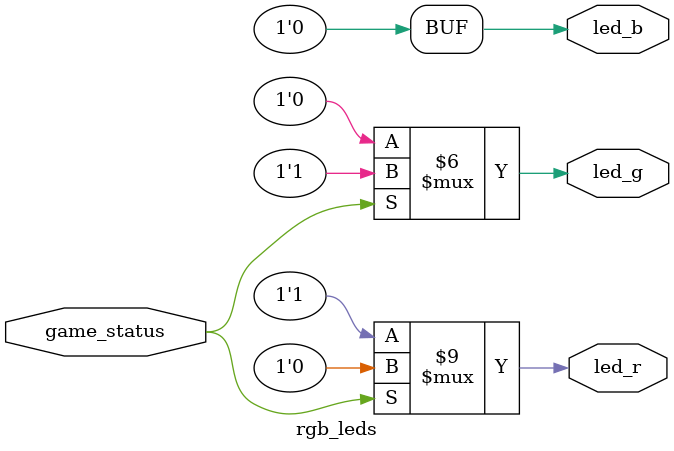
<source format=v>
`timescale 1ns / 1ps


module rgb_leds(
                    input game_status, // 1 = playing, 0 = game over
                    output reg led_r,
                    output reg led_g,
                    output reg led_b
               );
               
               always @(*) begin
                if(game_status == 1) begin
                    led_r = 1'b0;
                    led_g = 1'b1;
                    led_b = 1'b0;
                    end
                else begin
                    led_r = 1'b1;
                    led_g = 1'b0;
                    led_b = 1'b0;
                    end
                    end        
endmodule

</source>
